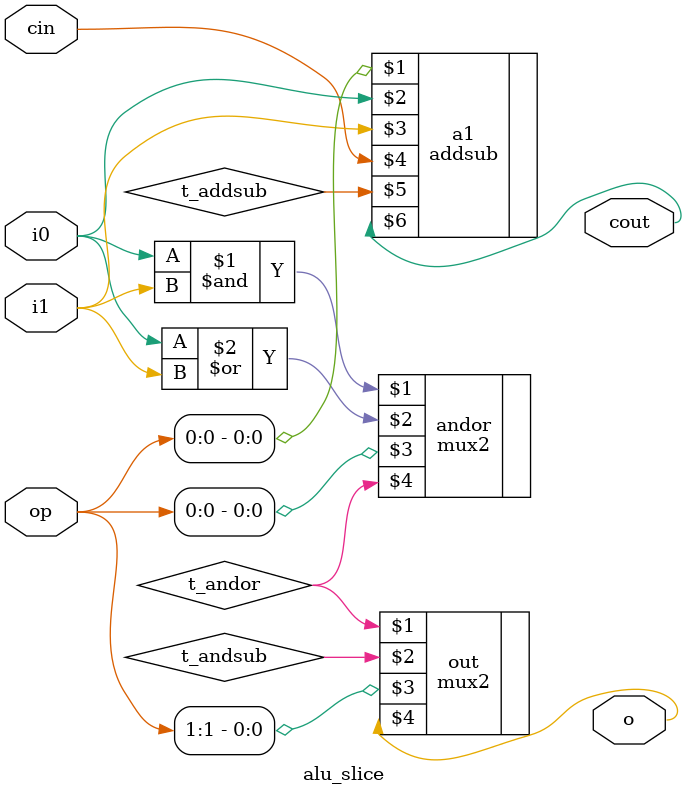
<source format=v>
module alu_slice(input wire[1:0] op,input wire i0,i1,cin,output wire cout,o);
wire t_addsub,t_andor;
addsub a1(op[0],i0,i1,cin,t_addsub,cout);
mux2 andor(i0&i1,i0|i1,op[0],t_andor);
mux2 out(t_andor,t_andsub,op[1],o);
endmodule

</source>
